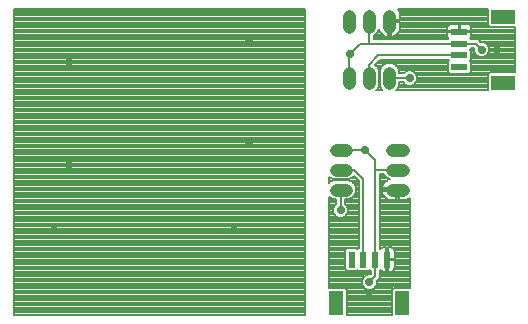
<source format=gbl>
G75*
%MOIN*%
%OFA0B0*%
%FSLAX25Y25*%
%IPPOS*%
%LPD*%
%AMOC8*
5,1,8,0,0,1.08239X$1,22.5*
%
%ADD10R,0.07874X0.04724*%
%ADD11R,0.05315X0.02362*%
%ADD12C,0.04331*%
%ADD13R,0.04724X0.07874*%
%ADD14R,0.02362X0.05315*%
%ADD15C,0.00800*%
%ADD16C,0.02900*%
%ADD17C,0.02975*%
D10*
X0562802Y0080376D03*
X0562802Y0102424D03*
D11*
X0548333Y0097306D03*
X0548333Y0093369D03*
X0548333Y0089431D03*
X0548333Y0085494D03*
D12*
X0525026Y0083723D02*
X0525026Y0080179D01*
X0525026Y0080179D01*
X0525026Y0083723D01*
X0525026Y0083723D01*
X0518333Y0083723D02*
X0518333Y0080179D01*
X0518333Y0080179D01*
X0518333Y0083723D01*
X0518333Y0083723D01*
X0511640Y0083723D02*
X0511640Y0080179D01*
X0511640Y0080179D01*
X0511640Y0083723D01*
X0511640Y0083723D01*
X0511640Y0099077D02*
X0511640Y0102621D01*
X0511640Y0099077D02*
X0511640Y0099077D01*
X0511640Y0102621D01*
X0511640Y0102621D01*
X0518333Y0102621D02*
X0518333Y0099077D01*
X0518333Y0099077D01*
X0518333Y0102621D01*
X0518333Y0102621D01*
X0525026Y0102621D02*
X0525026Y0099077D01*
X0525026Y0099077D01*
X0525026Y0102621D01*
X0525026Y0102621D01*
X0526010Y0058093D02*
X0529554Y0058093D01*
X0526010Y0058093D02*
X0526010Y0058093D01*
X0529554Y0058093D01*
X0529554Y0058093D01*
X0510657Y0058093D02*
X0507113Y0058093D01*
X0507113Y0058093D01*
X0510657Y0058093D01*
X0510657Y0058093D01*
X0510657Y0051400D02*
X0507113Y0051400D01*
X0507113Y0051400D01*
X0510657Y0051400D01*
X0510657Y0051400D01*
X0526010Y0051400D02*
X0529554Y0051400D01*
X0526010Y0051400D02*
X0526010Y0051400D01*
X0529554Y0051400D01*
X0529554Y0051400D01*
X0529554Y0044707D02*
X0526010Y0044707D01*
X0526010Y0044707D01*
X0529554Y0044707D01*
X0529554Y0044707D01*
X0510657Y0044707D02*
X0507113Y0044707D01*
X0507113Y0044707D01*
X0510657Y0044707D01*
X0510657Y0044707D01*
D13*
X0507310Y0006931D03*
X0529357Y0006931D03*
D14*
X0524239Y0021400D03*
X0520302Y0021400D03*
X0516365Y0021400D03*
X0512428Y0021400D03*
D15*
X0399833Y0002900D02*
X0399833Y0104900D01*
X0496833Y0104900D01*
X0496833Y0002900D01*
X0399833Y0002900D01*
X0399833Y0002997D02*
X0496833Y0002997D01*
X0496833Y0003796D02*
X0399833Y0003796D01*
X0399833Y0004594D02*
X0496833Y0004594D01*
X0496833Y0005393D02*
X0399833Y0005393D01*
X0399833Y0006191D02*
X0496833Y0006191D01*
X0496833Y0006990D02*
X0399833Y0006990D01*
X0399833Y0007788D02*
X0496833Y0007788D01*
X0496833Y0008587D02*
X0399833Y0008587D01*
X0399833Y0009385D02*
X0496833Y0009385D01*
X0496833Y0010184D02*
X0399833Y0010184D01*
X0399833Y0010982D02*
X0496833Y0010982D01*
X0496833Y0011781D02*
X0399833Y0011781D01*
X0399833Y0012579D02*
X0496833Y0012579D01*
X0496833Y0013378D02*
X0399833Y0013378D01*
X0399833Y0014176D02*
X0496833Y0014176D01*
X0496833Y0014975D02*
X0399833Y0014975D01*
X0399833Y0015773D02*
X0496833Y0015773D01*
X0496833Y0016572D02*
X0399833Y0016572D01*
X0399833Y0017370D02*
X0496833Y0017370D01*
X0496833Y0018169D02*
X0399833Y0018169D01*
X0399833Y0018967D02*
X0496833Y0018967D01*
X0496833Y0019766D02*
X0399833Y0019766D01*
X0399833Y0020564D02*
X0496833Y0020564D01*
X0496833Y0021363D02*
X0399833Y0021363D01*
X0399833Y0022161D02*
X0496833Y0022161D01*
X0496833Y0022960D02*
X0399833Y0022960D01*
X0399833Y0023758D02*
X0496833Y0023758D01*
X0496833Y0024557D02*
X0399833Y0024557D01*
X0399833Y0025355D02*
X0496833Y0025355D01*
X0496833Y0026154D02*
X0399833Y0026154D01*
X0399833Y0026952D02*
X0496833Y0026952D01*
X0496833Y0027751D02*
X0399833Y0027751D01*
X0399833Y0028549D02*
X0496833Y0028549D01*
X0496833Y0029348D02*
X0399833Y0029348D01*
X0399833Y0030146D02*
X0496833Y0030146D01*
X0496833Y0030945D02*
X0399833Y0030945D01*
X0399833Y0031743D02*
X0496833Y0031743D01*
X0496833Y0032542D02*
X0399833Y0032542D01*
X0399833Y0033340D02*
X0496833Y0033340D01*
X0496833Y0034139D02*
X0399833Y0034139D01*
X0399833Y0034937D02*
X0496833Y0034937D01*
X0496833Y0035736D02*
X0399833Y0035736D01*
X0399833Y0036534D02*
X0496833Y0036534D01*
X0496833Y0037333D02*
X0399833Y0037333D01*
X0399833Y0038132D02*
X0496833Y0038132D01*
X0496833Y0038930D02*
X0399833Y0038930D01*
X0399833Y0039729D02*
X0496833Y0039729D01*
X0496833Y0040527D02*
X0399833Y0040527D01*
X0399833Y0041326D02*
X0496833Y0041326D01*
X0496833Y0042124D02*
X0399833Y0042124D01*
X0399833Y0042923D02*
X0496833Y0042923D01*
X0496833Y0043721D02*
X0399833Y0043721D01*
X0399833Y0044520D02*
X0496833Y0044520D01*
X0496833Y0045318D02*
X0399833Y0045318D01*
X0399833Y0046117D02*
X0496833Y0046117D01*
X0496833Y0046915D02*
X0399833Y0046915D01*
X0399833Y0047714D02*
X0496833Y0047714D01*
X0496833Y0048512D02*
X0399833Y0048512D01*
X0399833Y0049311D02*
X0496833Y0049311D01*
X0496833Y0050109D02*
X0399833Y0050109D01*
X0399833Y0050908D02*
X0496833Y0050908D01*
X0496833Y0051706D02*
X0399833Y0051706D01*
X0399833Y0052505D02*
X0496833Y0052505D01*
X0496833Y0053303D02*
X0399833Y0053303D01*
X0399833Y0054102D02*
X0496833Y0054102D01*
X0496833Y0054900D02*
X0399833Y0054900D01*
X0399833Y0055699D02*
X0496833Y0055699D01*
X0496833Y0056497D02*
X0399833Y0056497D01*
X0399833Y0057296D02*
X0496833Y0057296D01*
X0496833Y0058094D02*
X0399833Y0058094D01*
X0399833Y0058893D02*
X0496833Y0058893D01*
X0496833Y0059691D02*
X0399833Y0059691D01*
X0399833Y0060490D02*
X0496833Y0060490D01*
X0496833Y0061288D02*
X0399833Y0061288D01*
X0399833Y0062087D02*
X0496833Y0062087D01*
X0496833Y0062885D02*
X0399833Y0062885D01*
X0399833Y0063684D02*
X0496833Y0063684D01*
X0496833Y0064482D02*
X0399833Y0064482D01*
X0399833Y0065281D02*
X0496833Y0065281D01*
X0496833Y0066079D02*
X0399833Y0066079D01*
X0399833Y0066878D02*
X0496833Y0066878D01*
X0496833Y0067676D02*
X0399833Y0067676D01*
X0399833Y0068475D02*
X0496833Y0068475D01*
X0496833Y0069273D02*
X0399833Y0069273D01*
X0399833Y0070072D02*
X0496833Y0070072D01*
X0496833Y0070870D02*
X0399833Y0070870D01*
X0399833Y0071669D02*
X0496833Y0071669D01*
X0496833Y0072468D02*
X0399833Y0072468D01*
X0399833Y0073266D02*
X0496833Y0073266D01*
X0496833Y0074065D02*
X0399833Y0074065D01*
X0399833Y0074863D02*
X0496833Y0074863D01*
X0496833Y0075662D02*
X0399833Y0075662D01*
X0399833Y0076460D02*
X0496833Y0076460D01*
X0496833Y0077259D02*
X0399833Y0077259D01*
X0399833Y0078057D02*
X0496833Y0078057D01*
X0496833Y0078856D02*
X0399833Y0078856D01*
X0399833Y0079654D02*
X0496833Y0079654D01*
X0496833Y0080453D02*
X0399833Y0080453D01*
X0399833Y0081251D02*
X0496833Y0081251D01*
X0496833Y0082050D02*
X0399833Y0082050D01*
X0399833Y0082848D02*
X0496833Y0082848D01*
X0496833Y0083647D02*
X0399833Y0083647D01*
X0399833Y0084445D02*
X0496833Y0084445D01*
X0496833Y0085244D02*
X0399833Y0085244D01*
X0399833Y0086042D02*
X0496833Y0086042D01*
X0496833Y0086841D02*
X0399833Y0086841D01*
X0399833Y0087639D02*
X0496833Y0087639D01*
X0496833Y0088438D02*
X0399833Y0088438D01*
X0399833Y0089236D02*
X0496833Y0089236D01*
X0496833Y0090035D02*
X0399833Y0090035D01*
X0399833Y0090833D02*
X0496833Y0090833D01*
X0496833Y0091632D02*
X0399833Y0091632D01*
X0399833Y0092430D02*
X0496833Y0092430D01*
X0496833Y0093229D02*
X0399833Y0093229D01*
X0399833Y0094027D02*
X0496833Y0094027D01*
X0496833Y0094826D02*
X0399833Y0094826D01*
X0399833Y0095624D02*
X0496833Y0095624D01*
X0496833Y0096423D02*
X0399833Y0096423D01*
X0399833Y0097221D02*
X0496833Y0097221D01*
X0496833Y0098020D02*
X0399833Y0098020D01*
X0399833Y0098818D02*
X0496833Y0098818D01*
X0496833Y0099617D02*
X0399833Y0099617D01*
X0399833Y0100415D02*
X0496833Y0100415D01*
X0496833Y0101214D02*
X0399833Y0101214D01*
X0399833Y0102012D02*
X0496833Y0102012D01*
X0496833Y0102811D02*
X0399833Y0102811D01*
X0399833Y0103609D02*
X0496833Y0103609D01*
X0496833Y0104408D02*
X0399833Y0104408D01*
X0511640Y0089707D02*
X0511640Y0081951D01*
X0518333Y0081951D02*
X0518333Y0086400D01*
X0521365Y0089431D01*
X0548333Y0089431D01*
X0552091Y0089236D02*
X0554394Y0089236D01*
X0554389Y0089238D02*
X0555326Y0088850D01*
X0556341Y0088850D01*
X0557278Y0089238D01*
X0557995Y0089956D01*
X0558383Y0090893D01*
X0558383Y0091907D01*
X0557995Y0092844D01*
X0557278Y0093562D01*
X0556341Y0093950D01*
X0555405Y0093950D01*
X0554486Y0094868D01*
X0552091Y0094868D01*
X0552091Y0095005D01*
X0551971Y0095125D01*
X0552111Y0095265D01*
X0552295Y0095584D01*
X0552391Y0095940D01*
X0552391Y0097115D01*
X0548524Y0097115D01*
X0548524Y0097496D01*
X0552391Y0097496D01*
X0552391Y0098671D01*
X0552295Y0099027D01*
X0552111Y0099346D01*
X0551850Y0099607D01*
X0551531Y0099791D01*
X0551175Y0099887D01*
X0548524Y0099887D01*
X0548524Y0097496D01*
X0548143Y0097496D01*
X0548143Y0099887D01*
X0545492Y0099887D01*
X0545135Y0099791D01*
X0544816Y0099607D01*
X0544556Y0099346D01*
X0544371Y0099027D01*
X0544276Y0098671D01*
X0544276Y0097496D01*
X0548143Y0097496D01*
X0548143Y0097115D01*
X0544276Y0097115D01*
X0544276Y0095940D01*
X0544371Y0095584D01*
X0544556Y0095265D01*
X0544695Y0095125D01*
X0544576Y0095005D01*
X0544576Y0094868D01*
X0519833Y0094868D01*
X0519833Y0096164D01*
X0520183Y0096309D01*
X0521102Y0097227D01*
X0521546Y0098300D01*
X0521598Y0098037D01*
X0521867Y0097388D01*
X0522257Y0096804D01*
X0522753Y0096308D01*
X0523337Y0095918D01*
X0523986Y0095649D01*
X0524626Y0095522D01*
X0524626Y0100449D01*
X0525426Y0100449D01*
X0525426Y0095522D01*
X0526066Y0095649D01*
X0526715Y0095918D01*
X0527299Y0096308D01*
X0527796Y0096804D01*
X0528186Y0097388D01*
X0528455Y0098037D01*
X0528592Y0098726D01*
X0528592Y0100449D01*
X0525426Y0100449D01*
X0525426Y0101249D01*
X0528592Y0101249D01*
X0528592Y0102972D01*
X0528455Y0103660D01*
X0528186Y0104309D01*
X0527796Y0104893D01*
X0527789Y0104900D01*
X0557765Y0104900D01*
X0557765Y0099606D01*
X0558409Y0098961D01*
X0566833Y0098961D01*
X0566833Y0083839D01*
X0558409Y0083839D01*
X0557765Y0083194D01*
X0557765Y0077900D01*
X0527365Y0077900D01*
X0527794Y0078330D01*
X0528292Y0079530D01*
X0528292Y0080451D01*
X0529676Y0080451D01*
X0530389Y0079738D01*
X0531326Y0079350D01*
X0532341Y0079350D01*
X0533278Y0079738D01*
X0533995Y0080456D01*
X0534383Y0081393D01*
X0534383Y0082407D01*
X0533995Y0083344D01*
X0533278Y0084062D01*
X0532341Y0084450D01*
X0531326Y0084450D01*
X0530389Y0084062D01*
X0529778Y0083451D01*
X0528292Y0083451D01*
X0528292Y0084372D01*
X0527794Y0085573D01*
X0526876Y0086491D01*
X0525676Y0086988D01*
X0524377Y0086988D01*
X0523177Y0086491D01*
X0522258Y0085573D01*
X0521761Y0084372D01*
X0521761Y0079530D01*
X0522258Y0078330D01*
X0522688Y0077900D01*
X0520672Y0077900D01*
X0521102Y0078330D01*
X0521599Y0079530D01*
X0521599Y0084372D01*
X0521102Y0085573D01*
X0520364Y0086310D01*
X0521986Y0087931D01*
X0544576Y0087931D01*
X0544576Y0087795D01*
X0544908Y0087463D01*
X0544576Y0087131D01*
X0544576Y0083858D01*
X0545220Y0083213D01*
X0551446Y0083213D01*
X0552091Y0083858D01*
X0552091Y0087131D01*
X0551759Y0087463D01*
X0552091Y0087795D01*
X0552091Y0091068D01*
X0551759Y0091400D01*
X0552091Y0091732D01*
X0552091Y0091869D01*
X0553243Y0091869D01*
X0553283Y0091829D01*
X0553283Y0090893D01*
X0553672Y0089956D01*
X0554389Y0089238D01*
X0553639Y0090035D02*
X0552091Y0090035D01*
X0552091Y0090833D02*
X0553308Y0090833D01*
X0553283Y0091632D02*
X0551991Y0091632D01*
X0553865Y0093369D02*
X0548333Y0093369D01*
X0518333Y0093369D01*
X0518333Y0100849D01*
X0521430Y0098020D02*
X0521605Y0098020D01*
X0521978Y0097221D02*
X0521095Y0097221D01*
X0520297Y0096423D02*
X0522638Y0096423D01*
X0524109Y0095624D02*
X0519833Y0095624D01*
X0518333Y0093369D02*
X0515302Y0093369D01*
X0511833Y0089900D01*
X0511640Y0089707D01*
X0520895Y0086841D02*
X0524021Y0086841D01*
X0522728Y0086042D02*
X0520632Y0086042D01*
X0521238Y0085244D02*
X0522122Y0085244D01*
X0521791Y0084445D02*
X0521569Y0084445D01*
X0521599Y0083647D02*
X0521761Y0083647D01*
X0521761Y0082848D02*
X0521599Y0082848D01*
X0521599Y0082050D02*
X0521761Y0082050D01*
X0521761Y0081251D02*
X0521599Y0081251D01*
X0521599Y0080453D02*
X0521761Y0080453D01*
X0521761Y0079654D02*
X0521599Y0079654D01*
X0521319Y0078856D02*
X0522040Y0078856D01*
X0522531Y0078057D02*
X0520829Y0078057D01*
X0527522Y0078057D02*
X0557765Y0078057D01*
X0557765Y0078856D02*
X0528012Y0078856D01*
X0528292Y0079654D02*
X0530592Y0079654D01*
X0533075Y0079654D02*
X0557765Y0079654D01*
X0557765Y0080453D02*
X0533992Y0080453D01*
X0534325Y0081251D02*
X0557765Y0081251D01*
X0557765Y0082050D02*
X0534383Y0082050D01*
X0534201Y0082848D02*
X0557765Y0082848D01*
X0558217Y0083647D02*
X0551880Y0083647D01*
X0552091Y0084445D02*
X0566833Y0084445D01*
X0566833Y0085244D02*
X0552091Y0085244D01*
X0552091Y0086042D02*
X0566833Y0086042D01*
X0566833Y0086841D02*
X0552091Y0086841D01*
X0551935Y0087639D02*
X0566833Y0087639D01*
X0566833Y0088438D02*
X0552091Y0088438D01*
X0555833Y0091400D02*
X0553865Y0093369D01*
X0554529Y0094826D02*
X0566833Y0094826D01*
X0566833Y0095624D02*
X0552306Y0095624D01*
X0552391Y0096423D02*
X0566833Y0096423D01*
X0566833Y0097221D02*
X0548524Y0097221D01*
X0548143Y0097221D02*
X0528074Y0097221D01*
X0528447Y0098020D02*
X0544276Y0098020D01*
X0544315Y0098818D02*
X0528592Y0098818D01*
X0528592Y0099617D02*
X0544834Y0099617D01*
X0548143Y0099617D02*
X0548524Y0099617D01*
X0548524Y0098818D02*
X0548143Y0098818D01*
X0548143Y0098020D02*
X0548524Y0098020D01*
X0551833Y0099617D02*
X0557765Y0099617D01*
X0557765Y0100415D02*
X0528592Y0100415D01*
X0528592Y0102012D02*
X0557765Y0102012D01*
X0557765Y0101214D02*
X0525426Y0101214D01*
X0525426Y0100415D02*
X0524626Y0100415D01*
X0524626Y0099617D02*
X0525426Y0099617D01*
X0525426Y0098818D02*
X0524626Y0098818D01*
X0524626Y0098020D02*
X0525426Y0098020D01*
X0525426Y0097221D02*
X0524626Y0097221D01*
X0524626Y0096423D02*
X0525426Y0096423D01*
X0525426Y0095624D02*
X0524626Y0095624D01*
X0525943Y0095624D02*
X0544360Y0095624D01*
X0544276Y0096423D02*
X0527414Y0096423D01*
X0528592Y0102811D02*
X0557765Y0102811D01*
X0557765Y0103609D02*
X0528465Y0103609D01*
X0528120Y0104408D02*
X0557765Y0104408D01*
X0552351Y0098818D02*
X0566833Y0098818D01*
X0566833Y0098020D02*
X0552391Y0098020D01*
X0555327Y0094027D02*
X0566833Y0094027D01*
X0566833Y0093229D02*
X0557611Y0093229D01*
X0558167Y0092430D02*
X0566833Y0092430D01*
X0566833Y0091632D02*
X0558383Y0091632D01*
X0558359Y0090833D02*
X0566833Y0090833D01*
X0566833Y0090035D02*
X0558028Y0090035D01*
X0557273Y0089236D02*
X0566833Y0089236D01*
X0544731Y0087639D02*
X0521694Y0087639D01*
X0526032Y0086841D02*
X0544576Y0086841D01*
X0544576Y0086042D02*
X0527325Y0086042D01*
X0527931Y0085244D02*
X0544576Y0085244D01*
X0544576Y0084445D02*
X0532352Y0084445D01*
X0531314Y0084445D02*
X0528261Y0084445D01*
X0528292Y0083647D02*
X0529974Y0083647D01*
X0531782Y0081951D02*
X0525026Y0081951D01*
X0531782Y0081951D02*
X0531833Y0081900D01*
X0533693Y0083647D02*
X0544787Y0083647D01*
X0516833Y0057900D02*
X0516640Y0058093D01*
X0508885Y0058093D01*
X0516833Y0057900D02*
X0520302Y0054431D01*
X0520302Y0051400D01*
X0527782Y0051400D01*
X0524161Y0048632D02*
X0523242Y0049550D01*
X0523097Y0049900D01*
X0521802Y0049900D01*
X0521802Y0025157D01*
X0521939Y0025157D01*
X0522058Y0025038D01*
X0522198Y0025178D01*
X0522517Y0025362D01*
X0522873Y0025457D01*
X0524048Y0025457D01*
X0524048Y0021591D01*
X0524429Y0021591D01*
X0524429Y0025457D01*
X0525604Y0025457D01*
X0525960Y0025362D01*
X0526280Y0025178D01*
X0526540Y0024917D01*
X0526725Y0024598D01*
X0526820Y0024242D01*
X0526820Y0021591D01*
X0524429Y0021591D01*
X0524429Y0021209D01*
X0524429Y0017343D01*
X0525604Y0017343D01*
X0525960Y0017438D01*
X0526280Y0017622D01*
X0526540Y0017883D01*
X0526725Y0018202D01*
X0526820Y0018558D01*
X0526820Y0021209D01*
X0524429Y0021209D01*
X0524048Y0021209D01*
X0524048Y0017343D01*
X0522873Y0017343D01*
X0522517Y0017438D01*
X0522198Y0017622D01*
X0522058Y0017762D01*
X0521939Y0017643D01*
X0521802Y0017643D01*
X0521802Y0015247D01*
X0520883Y0014329D01*
X0520883Y0013393D01*
X0520495Y0012456D01*
X0519778Y0011738D01*
X0518841Y0011350D01*
X0517826Y0011350D01*
X0516889Y0011738D01*
X0516172Y0012456D01*
X0515783Y0013393D01*
X0515783Y0014407D01*
X0516172Y0015344D01*
X0516889Y0016062D01*
X0517826Y0016450D01*
X0518762Y0016450D01*
X0518802Y0016490D01*
X0518802Y0017643D01*
X0518665Y0017643D01*
X0518333Y0017974D01*
X0518002Y0017643D01*
X0514728Y0017643D01*
X0514396Y0017974D01*
X0514065Y0017643D01*
X0510791Y0017643D01*
X0510147Y0018287D01*
X0510147Y0024513D01*
X0510791Y0025157D01*
X0514065Y0025157D01*
X0514396Y0024826D01*
X0514728Y0025157D01*
X0514865Y0025157D01*
X0514865Y0047747D01*
X0513243Y0049369D01*
X0512506Y0048632D01*
X0511306Y0048135D01*
X0506463Y0048135D01*
X0505263Y0048632D01*
X0504833Y0049062D01*
X0504833Y0047045D01*
X0505263Y0047475D01*
X0506463Y0047972D01*
X0511306Y0047972D01*
X0512506Y0047475D01*
X0513424Y0046557D01*
X0513922Y0045357D01*
X0513922Y0044058D01*
X0513424Y0042857D01*
X0512506Y0041939D01*
X0511306Y0041442D01*
X0510384Y0041442D01*
X0510384Y0039955D01*
X0510995Y0039344D01*
X0511383Y0038407D01*
X0511383Y0037393D01*
X0510995Y0036456D01*
X0510278Y0035738D01*
X0509341Y0035350D01*
X0508326Y0035350D01*
X0507389Y0035738D01*
X0506672Y0036456D01*
X0506283Y0037393D01*
X0506283Y0038407D01*
X0506672Y0039344D01*
X0507385Y0040057D01*
X0507385Y0041442D01*
X0506463Y0041442D01*
X0505263Y0041939D01*
X0504833Y0042369D01*
X0504833Y0011968D01*
X0510128Y0011968D01*
X0510772Y0011324D01*
X0510772Y0002900D01*
X0525895Y0002900D01*
X0525895Y0011324D01*
X0526539Y0011968D01*
X0531833Y0011968D01*
X0531833Y0041944D01*
X0531827Y0041938D01*
X0531243Y0041548D01*
X0530594Y0041279D01*
X0529905Y0041142D01*
X0528182Y0041142D01*
X0528182Y0044307D01*
X0527382Y0044307D01*
X0522455Y0044307D01*
X0522582Y0043667D01*
X0522851Y0043018D01*
X0523241Y0042434D01*
X0523738Y0041938D01*
X0524322Y0041548D01*
X0524971Y0041279D01*
X0525659Y0041142D01*
X0527382Y0041142D01*
X0527382Y0044307D01*
X0527382Y0045107D01*
X0522455Y0045107D01*
X0522582Y0045747D01*
X0522851Y0046396D01*
X0523241Y0046980D01*
X0523738Y0047476D01*
X0524322Y0047867D01*
X0524971Y0048135D01*
X0525233Y0048188D01*
X0524161Y0048632D01*
X0524450Y0048512D02*
X0521802Y0048512D01*
X0521802Y0047714D02*
X0524093Y0047714D01*
X0523198Y0046915D02*
X0521802Y0046915D01*
X0521802Y0046117D02*
X0522735Y0046117D01*
X0522497Y0045318D02*
X0521802Y0045318D01*
X0521802Y0044520D02*
X0527382Y0044520D01*
X0527382Y0043721D02*
X0528182Y0043721D01*
X0528182Y0042923D02*
X0527382Y0042923D01*
X0527382Y0042124D02*
X0528182Y0042124D01*
X0528182Y0041326D02*
X0527382Y0041326D01*
X0524857Y0041326D02*
X0521802Y0041326D01*
X0521802Y0042124D02*
X0523551Y0042124D01*
X0522915Y0042923D02*
X0521802Y0042923D01*
X0521802Y0043721D02*
X0522571Y0043721D01*
X0514865Y0043721D02*
X0513782Y0043721D01*
X0513922Y0044520D02*
X0514865Y0044520D01*
X0514865Y0045318D02*
X0513922Y0045318D01*
X0513607Y0046117D02*
X0514865Y0046117D01*
X0514865Y0046915D02*
X0513066Y0046915D01*
X0511930Y0047714D02*
X0514865Y0047714D01*
X0514100Y0048512D02*
X0512217Y0048512D01*
X0513185Y0049311D02*
X0513301Y0049311D01*
X0513333Y0051400D02*
X0508885Y0051400D01*
X0513333Y0051400D02*
X0516365Y0048369D01*
X0516365Y0021400D01*
X0520302Y0021400D02*
X0520302Y0051400D01*
X0521802Y0049311D02*
X0523482Y0049311D01*
X0508885Y0044707D02*
X0508885Y0037951D01*
X0508833Y0037900D01*
X0506500Y0038930D02*
X0504833Y0038930D01*
X0504833Y0038132D02*
X0506283Y0038132D01*
X0506308Y0037333D02*
X0504833Y0037333D01*
X0504833Y0036534D02*
X0506639Y0036534D01*
X0507394Y0035736D02*
X0504833Y0035736D01*
X0504833Y0034937D02*
X0514865Y0034937D01*
X0514865Y0034139D02*
X0504833Y0034139D01*
X0504833Y0033340D02*
X0514865Y0033340D01*
X0514865Y0032542D02*
X0504833Y0032542D01*
X0504833Y0031743D02*
X0514865Y0031743D01*
X0514865Y0030945D02*
X0504833Y0030945D01*
X0504833Y0030146D02*
X0514865Y0030146D01*
X0514865Y0029348D02*
X0504833Y0029348D01*
X0504833Y0028549D02*
X0514865Y0028549D01*
X0514865Y0027751D02*
X0504833Y0027751D01*
X0504833Y0026952D02*
X0514865Y0026952D01*
X0514865Y0026154D02*
X0504833Y0026154D01*
X0504833Y0025355D02*
X0514865Y0025355D01*
X0510190Y0024557D02*
X0504833Y0024557D01*
X0504833Y0023758D02*
X0510147Y0023758D01*
X0510147Y0022960D02*
X0504833Y0022960D01*
X0504833Y0022161D02*
X0510147Y0022161D01*
X0510147Y0021363D02*
X0504833Y0021363D01*
X0504833Y0020564D02*
X0510147Y0020564D01*
X0510147Y0019766D02*
X0504833Y0019766D01*
X0504833Y0018967D02*
X0510147Y0018967D01*
X0510265Y0018169D02*
X0504833Y0018169D01*
X0504833Y0017370D02*
X0518802Y0017370D01*
X0518802Y0016572D02*
X0504833Y0016572D01*
X0504833Y0015773D02*
X0516600Y0015773D01*
X0516018Y0014975D02*
X0504833Y0014975D01*
X0504833Y0014176D02*
X0515783Y0014176D01*
X0515790Y0013378D02*
X0504833Y0013378D01*
X0504833Y0012579D02*
X0516120Y0012579D01*
X0516846Y0011781D02*
X0510315Y0011781D01*
X0510772Y0010982D02*
X0525895Y0010982D01*
X0525895Y0010184D02*
X0510772Y0010184D01*
X0510772Y0009385D02*
X0525895Y0009385D01*
X0525895Y0008587D02*
X0510772Y0008587D01*
X0510772Y0007788D02*
X0525895Y0007788D01*
X0525895Y0006990D02*
X0510772Y0006990D01*
X0510772Y0006191D02*
X0525895Y0006191D01*
X0525895Y0005393D02*
X0510772Y0005393D01*
X0510772Y0004594D02*
X0525895Y0004594D01*
X0525895Y0003796D02*
X0510772Y0003796D01*
X0510772Y0002997D02*
X0525895Y0002997D01*
X0526351Y0011781D02*
X0519820Y0011781D01*
X0520546Y0012579D02*
X0531833Y0012579D01*
X0531833Y0013378D02*
X0520877Y0013378D01*
X0520883Y0014176D02*
X0531833Y0014176D01*
X0531833Y0014975D02*
X0521529Y0014975D01*
X0521802Y0015773D02*
X0531833Y0015773D01*
X0531833Y0016572D02*
X0521802Y0016572D01*
X0521802Y0017370D02*
X0522770Y0017370D01*
X0524048Y0017370D02*
X0524429Y0017370D01*
X0524429Y0018169D02*
X0524048Y0018169D01*
X0524048Y0018967D02*
X0524429Y0018967D01*
X0524429Y0019766D02*
X0524048Y0019766D01*
X0524048Y0020564D02*
X0524429Y0020564D01*
X0524429Y0021363D02*
X0531833Y0021363D01*
X0531833Y0022161D02*
X0526820Y0022161D01*
X0526820Y0022960D02*
X0531833Y0022960D01*
X0531833Y0023758D02*
X0526820Y0023758D01*
X0526736Y0024557D02*
X0531833Y0024557D01*
X0531833Y0025355D02*
X0525972Y0025355D01*
X0524429Y0025355D02*
X0524048Y0025355D01*
X0524048Y0024557D02*
X0524429Y0024557D01*
X0524429Y0023758D02*
X0524048Y0023758D01*
X0524048Y0022960D02*
X0524429Y0022960D01*
X0524429Y0022161D02*
X0524048Y0022161D01*
X0526820Y0020564D02*
X0531833Y0020564D01*
X0531833Y0019766D02*
X0526820Y0019766D01*
X0526820Y0018967D02*
X0531833Y0018967D01*
X0531833Y0018169D02*
X0526705Y0018169D01*
X0525708Y0017370D02*
X0531833Y0017370D01*
X0520302Y0015869D02*
X0518333Y0013900D01*
X0520302Y0015869D02*
X0520302Y0021400D01*
X0521802Y0025355D02*
X0522506Y0025355D01*
X0521802Y0026154D02*
X0531833Y0026154D01*
X0531833Y0026952D02*
X0521802Y0026952D01*
X0521802Y0027751D02*
X0531833Y0027751D01*
X0531833Y0028549D02*
X0521802Y0028549D01*
X0521802Y0029348D02*
X0531833Y0029348D01*
X0531833Y0030146D02*
X0521802Y0030146D01*
X0521802Y0030945D02*
X0531833Y0030945D01*
X0531833Y0031743D02*
X0521802Y0031743D01*
X0521802Y0032542D02*
X0531833Y0032542D01*
X0531833Y0033340D02*
X0521802Y0033340D01*
X0521802Y0034139D02*
X0531833Y0034139D01*
X0531833Y0034937D02*
X0521802Y0034937D01*
X0521802Y0035736D02*
X0531833Y0035736D01*
X0531833Y0036534D02*
X0521802Y0036534D01*
X0521802Y0037333D02*
X0531833Y0037333D01*
X0531833Y0038132D02*
X0521802Y0038132D01*
X0521802Y0038930D02*
X0531833Y0038930D01*
X0531833Y0039729D02*
X0521802Y0039729D01*
X0521802Y0040527D02*
X0531833Y0040527D01*
X0531833Y0041326D02*
X0530707Y0041326D01*
X0514865Y0041326D02*
X0510384Y0041326D01*
X0510384Y0040527D02*
X0514865Y0040527D01*
X0514865Y0039729D02*
X0510611Y0039729D01*
X0511167Y0038930D02*
X0514865Y0038930D01*
X0514865Y0038132D02*
X0511383Y0038132D01*
X0511359Y0037333D02*
X0514865Y0037333D01*
X0514865Y0036534D02*
X0511028Y0036534D01*
X0510272Y0035736D02*
X0514865Y0035736D01*
X0507056Y0039729D02*
X0504833Y0039729D01*
X0504833Y0040527D02*
X0507385Y0040527D01*
X0507385Y0041326D02*
X0504833Y0041326D01*
X0504833Y0042124D02*
X0505078Y0042124D01*
X0512691Y0042124D02*
X0514865Y0042124D01*
X0514865Y0042923D02*
X0513451Y0042923D01*
X0505839Y0047714D02*
X0504833Y0047714D01*
X0504833Y0048512D02*
X0505552Y0048512D01*
D16*
X0516833Y0057900D03*
X0478333Y0059900D03*
X0418333Y0052900D03*
X0508833Y0037900D03*
X0518333Y0013900D03*
X0518333Y0008900D03*
X0531833Y0081900D03*
X0511833Y0089900D03*
X0478333Y0094900D03*
X0418333Y0087400D03*
X0555833Y0091400D03*
X0560833Y0091400D03*
D17*
X0473333Y0031400D03*
X0413333Y0031400D03*
M02*

</source>
